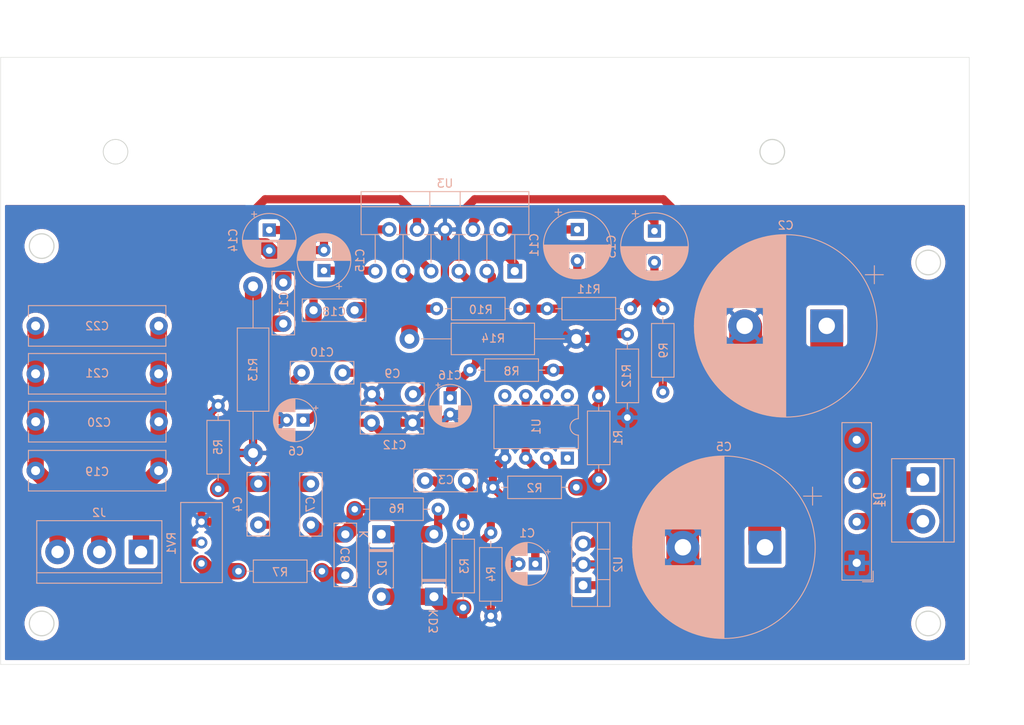
<source format=kicad_pcb>
(kicad_pcb (version 20171130) (host pcbnew "(5.1.10)-1")
  (layers (0 F.Cu signal hide) (31 B.Cu signal hide) (34 B.Paste user) (35 F.Paste user) (36 B.SilkS user) (37 F.SilkS user) (38 B.Mask user) (39 F.Mask user) (44 Edge.Cuts user))
  (net 0 "")
  (net 1 GND)
  (net 2 "Net-(C1-Pad1)")
  (net 3 "Net-(C2-Pad1)")
  (net 4 "Net-(C3-Pad2)")
  (net 5 "Net-(C3-Pad1)")
  (net 6 "Net-(C4-Pad1)")
  (net 7 +12V)
  (net 8 "Net-(C7-Pad1)")
  (net 9 "Net-(C8-Pad1)")
  (net 10 "Net-(C9-Pad1)")
  (net 11 "Net-(C10-Pad2)")
  (net 12 "Net-(C10-Pad1)")
  (net 13 "Net-(C11-Pad2)")
  (net 14 "Net-(C11-Pad1)")
  (net 15 "Net-(C13-Pad2)")
  (net 16 "Net-(C13-Pad1)")
  (net 17 "Net-(C14-Pad2)")
  (net 18 "Net-(C14-Pad1)")
  (net 19 "Net-(C15-Pad2)")
  (net 20 "Net-(C15-Pad1)")
  (net 21 "Net-(C16-Pad1)")
  (net 22 "Net-(C17-Pad2)")
  (net 23 "Net-(C18-Pad2)")
  (net 24 "Net-(D1-Pad2)")
  (net 25 "Net-(D1-Pad3)")
  (net 26 "Net-(D2-Pad2)")
  (net 27 "Net-(D2-Pad1)")
  (net 28 "Net-(R7-Pad1)")
  (net 29 "Net-(U1-Pad8)")
  (net 30 "Net-(U1-Pad5)")
  (net 31 "Net-(U1-Pad1)")
  (net 32 "Net-(C19-Pad1)")
  (module Package_TO_SOT_THT:TO-220-11_P3.4x5.08mm_StaggerOdd_Lead4.85mm_Vertical (layer B.Cu) (at 136.6315 76.057 180)
    (fp_text reference U3 (at 8.5 10.7) (layer B.SilkS) (effects (justify mirror)))
    (fp_text value TDA2005)
    (pad 1 thru_hole rect (at 0 0 180) (size 1.8 1.8) (drill 1) (layers *.Cu *.Mask) (net 12 "Net-(C10-Pad1)"))
    (pad 2 thru_hole oval (at 1.7 5.08 180) (size 1.8 1.8) (drill 1) (layers *.Cu *.Mask) (net 14 "Net-(C11-Pad1)"))
    (pad 3 thru_hole oval (at 3.4 0 180) (size 1.8 1.8) (drill 1) (layers *.Cu *.Mask) (net 21 "Net-(C16-Pad1)"))
    (pad 4 thru_hole oval (at 5.1 5.08 180) (size 1.8 1.8) (drill 1) (layers *.Cu *.Mask) (net 16 "Net-(C13-Pad1)"))
    (pad 5 thru_hole oval (at 6.8 0 180) (size 1.8 1.8) (drill 1) (layers *.Cu *.Mask) (net 10 "Net-(C9-Pad1)"))
    (pad 6 thru_hole oval (at 8.5 5.08 180) (size 1.8 1.8) (drill 1) (layers *.Cu *.Mask) (net 1 GND))
    (pad 7 thru_hole oval (at 10.2 0 180) (size 1.8 1.8) (drill 1) (layers *.Cu *.Mask) (net 18 "Net-(C14-Pad1)"))
    (pad 8 thru_hole oval (at 11.9 5.08 180) (size 1.8 1.8) (drill 1) (layers *.Cu *.Mask) (net 17 "Net-(C14-Pad2)"))
    (pad 9 thru_hole oval (at 13.6 0 180) (size 1.8 1.8) (drill 1) (layers *.Cu *.Mask) (net 7 +12V))
    (pad 10 thru_hole oval (at 15.3 5.08 180) (size 1.8 1.8) (drill 1) (layers *.Cu *.Mask) (net 19 "Net-(C15-Pad2)"))
    (pad 11 thru_hole oval (at 17 0 180) (size 1.8 1.8) (drill 1) (layers *.Cu *.Mask) (net 20 "Net-(C15-Pad1)"))
  )
  (module Package_TO_SOT_THT:TO-220-3_Vertical (layer B.Cu) (at 144.95 114.3475 90)
    (fp_text reference U2 (at 2.54 4.27 270) (layer B.SilkS) (effects (justify mirror)))
    (fp_text value L7812)
    (pad 1 thru_hole rect (at 0 0 90) (size 1.905 2) (drill 1.1) (layers *.Cu *.Mask) (net 3 "Net-(C2-Pad1)"))
    (pad 2 thru_hole oval (at 2.54 0 90) (size 1.905 2) (drill 1.1) (layers *.Cu *.Mask) (net 1 GND))
    (pad 3 thru_hole oval (at 5.08 0 90) (size 1.905 2) (drill 1.1) (layers *.Cu *.Mask) (net 7 +12V))
  )
  (module Package_DIP:DIP-8_W7.62mm (layer B.Cu) (at 143.045 98.8535 90)
    (fp_text reference U1 (at 3.8535 -3.795 270) (layer B.SilkS) (effects (justify mirror)))
    (fp_text value OP07)
    (pad 1 thru_hole rect (at 0 0 90) (size 1.6 1.6) (drill 0.8) (layers *.Cu *.Mask) (net 31 "Net-(U1-Pad1)"))
    (pad 5 thru_hole oval (at 7.62 -7.62 90) (size 1.6 1.6) (drill 0.8) (layers *.Cu *.Mask) (net 30 "Net-(U1-Pad5)"))
    (pad 2 thru_hole oval (at 0 -2.54 90) (size 1.6 1.6) (drill 0.8) (layers *.Cu *.Mask) (net 26 "Net-(D2-Pad2)"))
    (pad 6 thru_hole oval (at 7.62 -5.08 90) (size 1.6 1.6) (drill 0.8) (layers *.Cu *.Mask) (net 8 "Net-(C7-Pad1)"))
    (pad 3 thru_hole oval (at 0 -5.08 90) (size 1.6 1.6) (drill 0.8) (layers *.Cu *.Mask) (net 2 "Net-(C1-Pad1)"))
    (pad 7 thru_hole oval (at 7.62 -2.54 90) (size 1.6 1.6) (drill 0.8) (layers *.Cu *.Mask) (net 7 +12V))
    (pad 4 thru_hole oval (at 0 -7.62 90) (size 1.6 1.6) (drill 0.8) (layers *.Cu *.Mask) (net 1 GND))
    (pad 8 thru_hole oval (at 7.62 0 90) (size 1.6 1.6) (drill 0.8) (layers *.Cu *.Mask) (net 29 "Net-(U1-Pad8)"))
  )
  (module Potentiometer_THT:Potentiometer_Bourns_3296W_Vertical (layer B.Cu) (at 98.468 111.6805 270)
    (fp_text reference RV1 (at -2.4305 3.66 270) (layer B.SilkS) (effects (justify mirror)))
    (fp_text value 470)
    (pad 1 thru_hole circle (at 0 0 270) (size 1.44 1.44) (drill 0.8) (layers *.Cu *.Mask) (net 28 "Net-(R7-Pad1)"))
    (pad 2 thru_hole circle (at -2.54 0 270) (size 1.44 1.44) (drill 0.8) (layers *.Cu *.Mask) (net 11 "Net-(C10-Pad2)"))
    (pad 3 thru_hole circle (at -5.08 0 270) (size 1.44 1.44) (drill 0.8) (layers *.Cu *.Mask) (net 1 GND))
  )
  (module Resistor_THT:R_Axial_DIN0411_L9.9mm_D3.6mm_P20.32mm_Horizontal (layer B.Cu) (at 144.1245 84.312 180)
    (fp_text reference R14 (at 10.1245 0.062) (layer B.SilkS) (effects (justify mirror)))
    (fp_text value 1)
    (pad 1 thru_hole circle (at 0 0 180) (size 2.4 2.4) (drill 1.2) (layers *.Cu *.Mask) (net 1 GND))
    (pad 2 thru_hole oval (at 20.32 0 180) (size 2.4 2.4) (drill 1.2) (layers *.Cu *.Mask) (net 23 "Net-(C18-Pad2)"))
  )
  (module Resistor_THT:R_Axial_DIN0411_L9.9mm_D3.6mm_P20.32mm_Horizontal (layer B.Cu) (at 104.7545 77.8985 270)
    (fp_text reference R13 (at 10.16 0.0045 270) (layer B.SilkS) (effects (justify mirror)))
    (fp_text value 1)
    (pad 1 thru_hole circle (at 0 0 270) (size 2.4 2.4) (drill 1.2) (layers *.Cu *.Mask) (net 22 "Net-(C17-Pad2)"))
    (pad 2 thru_hole oval (at 20.32 0 270) (size 2.4 2.4) (drill 1.2) (layers *.Cu *.Mask) (net 1 GND))
  )
  (module Resistor_THT:R_Axial_DIN0207_L6.3mm_D2.5mm_P10.16mm_Horizontal (layer B.Cu) (at 150.3475 83.7405 270)
    (fp_text reference R12 (at 5.08 0.0975 270) (layer B.SilkS) (effects (justify mirror)))
    (fp_text value 12)
    (pad 1 thru_hole circle (at 0 0 270) (size 1.6 1.6) (drill 0.8) (layers *.Cu *.Mask) (net 13 "Net-(C11-Pad2)"))
    (pad 2 thru_hole oval (at 10.16 0 270) (size 1.6 1.6) (drill 0.8) (layers *.Cu *.Mask) (net 1 GND))
  )
  (module Resistor_THT:R_Axial_DIN0207_L6.3mm_D2.5mm_P10.16mm_Horizontal (layer B.Cu) (at 150.7285 80.629 180)
    (fp_text reference R11 (at 5.08 2.37) (layer B.SilkS) (effects (justify mirror)))
    (fp_text value 12)
    (pad 1 thru_hole circle (at 0 0 180) (size 1.6 1.6) (drill 0.8) (layers *.Cu *.Mask) (net 15 "Net-(C13-Pad2)"))
    (pad 2 thru_hole oval (at 10.16 0 180) (size 1.6 1.6) (drill 0.8) (layers *.Cu *.Mask) (net 13 "Net-(C11-Pad2)"))
  )
  (module Resistor_THT:R_Axial_DIN0207_L6.3mm_D2.5mm_P10.16mm_Horizontal (layer B.Cu) (at 127.1065 80.629)
    (fp_text reference R10 (at 5.3935 0.121) (layer B.SilkS) (effects (justify mirror)))
    (fp_text value 1K)
    (pad 1 thru_hole circle (at 0 0) (size 1.6 1.6) (drill 0.8) (layers *.Cu *.Mask) (net 19 "Net-(C15-Pad2)"))
    (pad 2 thru_hole oval (at 10.16 0) (size 1.6 1.6) (drill 0.8) (layers *.Cu *.Mask) (net 13 "Net-(C11-Pad2)"))
  )
  (module Resistor_THT:R_Axial_DIN0207_L6.3mm_D2.5mm_P10.16mm_Horizontal (layer B.Cu) (at 154.6655 90.789 90)
    (fp_text reference R9 (at 5.08 0.0845 270) (layer B.SilkS) (effects (justify mirror)))
    (fp_text value 2K)
    (pad 1 thru_hole circle (at 0 0 90) (size 1.6 1.6) (drill 0.8) (layers *.Cu *.Mask) (net 17 "Net-(C14-Pad2)"))
    (pad 2 thru_hole oval (at 10.16 0 90) (size 1.6 1.6) (drill 0.8) (layers *.Cu *.Mask) (net 15 "Net-(C13-Pad2)"))
  )
  (module Resistor_THT:R_Axial_DIN0207_L6.3mm_D2.5mm_P10.16mm_Horizontal (layer B.Cu) (at 141.3305 88.122 180)
    (fp_text reference R8 (at 5.08 -0.128) (layer B.SilkS) (effects (justify mirror)))
    (fp_text value 120K)
    (pad 1 thru_hole circle (at 0 0 180) (size 1.6 1.6) (drill 0.8) (layers *.Cu *.Mask) (net 7 +12V))
    (pad 2 thru_hole oval (at 10.16 0 180) (size 1.6 1.6) (drill 0.8) (layers *.Cu *.Mask) (net 21 "Net-(C16-Pad1)"))
  )
  (module Resistor_THT:R_Axial_DIN0207_L6.3mm_D2.5mm_P10.16mm_Horizontal (layer B.Cu) (at 102.9765 112.633)
    (fp_text reference R7 (at 5.08 0.117) (layer B.SilkS) (effects (justify mirror)))
    (fp_text value 15K)
    (pad 1 thru_hole circle (at 0 0) (size 1.6 1.6) (drill 0.8) (layers *.Cu *.Mask) (net 28 "Net-(R7-Pad1)"))
    (pad 2 thru_hole oval (at 10.16 0) (size 1.6 1.6) (drill 0.8) (layers *.Cu *.Mask) (net 9 "Net-(C8-Pad1)"))
  )
  (module Resistor_THT:R_Axial_DIN0207_L6.3mm_D2.5mm_P10.16mm_Horizontal (layer B.Cu) (at 127.297 105.0765 180)
    (fp_text reference R6 (at 5.047 0.0765) (layer B.SilkS) (effects (justify mirror)))
    (fp_text value 330K)
    (pad 1 thru_hole circle (at 0 0 180) (size 1.6 1.6) (drill 0.8) (layers *.Cu *.Mask) (net 27 "Net-(D2-Pad1)"))
    (pad 2 thru_hole oval (at 10.16 0 180) (size 1.6 1.6) (drill 0.8) (layers *.Cu *.Mask) (net 8 "Net-(C7-Pad1)"))
  )
  (module Resistor_THT:R_Axial_DIN0207_L6.3mm_D2.5mm_P10.16mm_Horizontal (layer B.Cu) (at 100.5 92.44 270)
    (fp_text reference R5 (at 5.06 0 270) (layer B.SilkS) (effects (justify mirror)))
    (fp_text value 15K)
    (pad 1 thru_hole circle (at 0 0 270) (size 1.6 1.6) (drill 0.8) (layers *.Cu *.Mask) (net 1 GND))
    (pad 2 thru_hole oval (at 10.16 0 270) (size 1.6 1.6) (drill 0.8) (layers *.Cu *.Mask) (net 6 "Net-(C4-Pad1)"))
  )
  (module Resistor_THT:R_Axial_DIN0207_L6.3mm_D2.5mm_P10.16mm_Horizontal (layer B.Cu) (at 133.7105 118.094 90)
    (fp_text reference R4 (at 5.094 0.0395 270) (layer B.SilkS) (effects (justify mirror)))
    (fp_text value 15K)
    (pad 1 thru_hole circle (at 0 0 90) (size 1.6 1.6) (drill 0.8) (layers *.Cu *.Mask) (net 1 GND))
    (pad 2 thru_hole oval (at 10.16 0 90) (size 1.6 1.6) (drill 0.8) (layers *.Cu *.Mask) (net 5 "Net-(C3-Pad1)"))
  )
  (module Resistor_THT:R_Axial_DIN0207_L6.3mm_D2.5mm_P10.16mm_Horizontal (layer B.Cu) (at 130.345 106.918 270)
    (fp_text reference R3 (at 5.082 -0.155 270) (layer B.SilkS) (effects (justify mirror)))
    (fp_text value 15K)
    (pad 1 thru_hole circle (at 0 0 270) (size 1.6 1.6) (drill 0.8) (layers *.Cu *.Mask) (net 4 "Net-(C3-Pad2)"))
    (pad 2 thru_hole oval (at 10.16 0 270) (size 1.6 1.6) (drill 0.8) (layers *.Cu *.Mask) (net 26 "Net-(D2-Pad2)"))
  )
  (module Resistor_THT:R_Axial_DIN0207_L6.3mm_D2.5mm_P10.16mm_Horizontal (layer B.Cu) (at 133.9645 102.4095)
    (fp_text reference R2 (at 5.08 0.0905) (layer B.SilkS) (effects (justify mirror)))
    (fp_text value 15K)
    (pad 1 thru_hole circle (at 0 0) (size 1.6 1.6) (drill 0.8) (layers *.Cu *.Mask) (net 1 GND))
    (pad 2 thru_hole oval (at 10.16 0) (size 1.6 1.6) (drill 0.8) (layers *.Cu *.Mask) (net 2 "Net-(C1-Pad1)"))
  )
  (module Resistor_THT:R_Axial_DIN0207_L6.3mm_D2.5mm_P10.16mm_Horizontal (layer B.Cu) (at 146.855 101.457 90)
    (fp_text reference R1 (at 5.08 2.37 270) (layer B.SilkS) (effects (justify mirror)))
    (fp_text value 15K)
    (pad 1 thru_hole circle (at 0 0 90) (size 1.6 1.6) (drill 0.8) (layers *.Cu *.Mask) (net 2 "Net-(C1-Pad1)"))
    (pad 2 thru_hole oval (at 10.16 0 90) (size 1.6 1.6) (drill 0.8) (layers *.Cu *.Mask) (net 7 +12V))
  )
  (module TerminalBlock:TerminalBlock_bornier-3_P5.08mm (layer B.Cu) (at 91.102 110.2835 180)
    (fp_text reference J2 (at 5.102 4.7835) (layer B.SilkS) (effects (justify mirror)))
    (fp_text value OUTPUT)
    (pad 1 thru_hole rect (at 0 0 180) (size 3 3) (drill 1.52) (layers *.Cu *.Mask) (net 19 "Net-(C15-Pad2)"))
    (pad 2 thru_hole circle (at 5.08 0 180) (size 3 3) (drill 1.52) (layers *.Cu *.Mask) (net 17 "Net-(C14-Pad2)"))
    (pad 3 thru_hole circle (at 10.16 0 180) (size 3 3) (drill 1.52) (layers *.Cu *.Mask) (net 32 "Net-(C19-Pad1)"))
  )
  (module TerminalBlock:TerminalBlock_bornier-2_P5.08mm (layer B.Cu) (at 186.352 101.457 270)
    (fp_text reference J1 (at 2.54 5.08 270) (layer B.SilkS) (effects (justify mirror)))
    (fp_text value "AC INPUT")
    (pad 1 thru_hole rect (at 0 0 270) (size 3 3) (drill 1.52) (layers *.Cu *.Mask) (net 25 "Net-(D1-Pad3)"))
    (pad 2 thru_hole circle (at 5.08 0 270) (size 3 3) (drill 1.52) (layers *.Cu *.Mask) (net 24 "Net-(D1-Pad2)"))
  )
  (module Diode_THT:D_DO-41_SOD81_P7.62mm_Horizontal (layer B.Cu) (at 126.789 115.7445 90)
    (fp_text reference D3 (at -3.5055 -0.039 270) (layer B.SilkS) (effects (justify mirror)))
    (fp_text value 1N4007)
    (fp_text user K (at -2.0055 -0.039 270) (layer B.SilkS) (effects (justify mirror)))
    (pad 1 thru_hole rect (at 0 0 90) (size 2.2 2.2) (drill 1.1) (layers *.Cu *.Mask) (net 26 "Net-(D2-Pad2)"))
    (pad 2 thru_hole oval (at 7.62 0 90) (size 2.2 2.2) (drill 1.1) (layers *.Cu *.Mask) (net 27 "Net-(D2-Pad1)"))
  )
  (module Diode_THT:D_DO-41_SOD81_P7.62mm_Horizontal (layer B.Cu) (at 120.3755 108.1245 270)
    (fp_text reference D2 (at 4.1255 -0.1245 270) (layer B.SilkS) (effects (justify mirror)))
    (fp_text value 1N4007)
    (fp_text user K (at 0 2.1 270) (layer B.SilkS) (effects (justify mirror)))
    (pad 1 thru_hole rect (at 0 0 270) (size 2.2 2.2) (drill 1.1) (layers *.Cu *.Mask) (net 27 "Net-(D2-Pad1)"))
    (pad 2 thru_hole oval (at 7.62 0 270) (size 2.2 2.2) (drill 1.1) (layers *.Cu *.Mask) (net 26 "Net-(D2-Pad2)"))
  )
  (module Diode_THT:Diode_Bridge_19.0x3.5x10.0mm_P5.0mm (layer B.Cu) (at 178.2875 111.617 90)
    (fp_text reference D1 (at 7.7 2.6 90) (layer B.SilkS) (effects (justify mirror)))
    (fp_text value D_Bridge_-AA+)
    (pad 4 thru_hole circle (at 15 0 90) (size 2 2) (drill 1) (layers *.Cu *.Mask) (net 3 "Net-(C2-Pad1)"))
    (pad 3 thru_hole circle (at 10 0 90) (size 2 2) (drill 1) (layers *.Cu *.Mask) (net 25 "Net-(D1-Pad3)"))
    (pad 2 thru_hole circle (at 5 0 90) (size 2 2) (drill 1) (layers *.Cu *.Mask) (net 24 "Net-(D1-Pad2)"))
    (pad 1 thru_hole rect (at 0 0 90) (size 2 2) (drill 1) (layers *.Cu *.Mask) (net 1 GND))
  )
  (module Capacitor_THT:C_Rect_L16.5mm_W4.7mm_P15.00mm_MKT (layer B.Cu) (at 78.261 82.7245)
    (fp_text reference C22 (at 7.5 0.0255) (layer B.SilkS) (effects (justify mirror)))
    (fp_text value 4)
    (pad 1 thru_hole circle (at 0 0) (size 2.2 2.2) (drill 1.1) (layers *.Cu *.Mask) (net 32 "Net-(C19-Pad1)"))
    (pad 2 thru_hole circle (at 15 0) (size 2.2 2.2) (drill 1.1) (layers *.Cu *.Mask) (net 19 "Net-(C15-Pad2)"))
  )
  (module Capacitor_THT:C_Rect_L16.5mm_W4.7mm_P15.00mm_MKT (layer B.Cu) (at 78.261 88.5665)
    (fp_text reference C21 (at 7.5 -0.0665) (layer B.SilkS) (effects (justify mirror)))
    (fp_text value 3)
    (pad 1 thru_hole circle (at 0 0) (size 2.2 2.2) (drill 1.1) (layers *.Cu *.Mask) (net 32 "Net-(C19-Pad1)"))
    (pad 2 thru_hole circle (at 15 0) (size 2.2 2.2) (drill 1.1) (layers *.Cu *.Mask) (net 19 "Net-(C15-Pad2)"))
  )
  (module Capacitor_THT:C_Rect_L16.5mm_W4.7mm_P15.00mm_MKT (layer B.Cu) (at 78.275 94.4085)
    (fp_text reference C20 (at 7.725 0.0915) (layer B.SilkS) (effects (justify mirror)))
    (fp_text value 2)
    (pad 1 thru_hole circle (at 0 0) (size 2.2 2.2) (drill 1.1) (layers *.Cu *.Mask) (net 32 "Net-(C19-Pad1)"))
    (pad 2 thru_hole circle (at 15 0) (size 2.2 2.2) (drill 1.1) (layers *.Cu *.Mask) (net 19 "Net-(C15-Pad2)"))
  )
  (module Capacitor_THT:C_Rect_L16.5mm_W4.7mm_P15.00mm_MKT (layer B.Cu) (at 78.261 100.3775)
    (fp_text reference C19 (at 7.5 0.1225) (layer B.SilkS) (effects (justify mirror)))
    (fp_text value 1)
    (pad 1 thru_hole circle (at 0 0) (size 2.2 2.2) (drill 1.1) (layers *.Cu *.Mask) (net 32 "Net-(C19-Pad1)"))
    (pad 2 thru_hole circle (at 15 0) (size 2.2 2.2) (drill 1.1) (layers *.Cu *.Mask) (net 19 "Net-(C15-Pad2)"))
  )
  (module Capacitor_THT:C_Disc_D7.5mm_W2.5mm_P5.00mm (layer B.Cu) (at 112.1205 80.8195)
    (fp_text reference C18 (at 2.5 0.1805) (layer B.SilkS) (effects (justify mirror)))
    (fp_text value "0.1 mF")
    (pad 1 thru_hole circle (at 0 0) (size 2 2) (drill 1) (layers *.Cu *.Mask) (net 19 "Net-(C15-Pad2)"))
    (pad 2 thru_hole circle (at 5 0) (size 2 2) (drill 1) (layers *.Cu *.Mask) (net 23 "Net-(C18-Pad2)"))
  )
  (module Capacitor_THT:C_Disc_D7.5mm_W2.5mm_P5.00mm (layer B.Cu) (at 108.4375 77.454 270)
    (fp_text reference C17 (at 2.546 -0.0625 270) (layer B.SilkS) (effects (justify mirror)))
    (fp_text value "0.1 mF")
    (pad 1 thru_hole circle (at 0 0 270) (size 2 2) (drill 1) (layers *.Cu *.Mask) (net 17 "Net-(C14-Pad2)"))
    (pad 2 thru_hole circle (at 5 0 270) (size 2 2) (drill 1) (layers *.Cu *.Mask) (net 22 "Net-(C17-Pad2)"))
  )
  (module Capacitor_THT:CP_Radial_D5.0mm_P2.00mm (layer B.Cu) (at 128.7575 91.4875 270)
    (fp_text reference C16 (at -2.7375 0.0075 180) (layer B.SilkS) (effects (justify mirror)))
    (fp_text value "10 mF")
    (pad 1 thru_hole rect (at 0 0 270) (size 1.6 1.6) (drill 0.8) (layers *.Cu *.Mask) (net 21 "Net-(C16-Pad1)"))
    (pad 2 thru_hole circle (at 2 0 270) (size 1.6 1.6) (drill 0.8) (layers *.Cu *.Mask) (net 1 GND))
  )
  (module Capacitor_THT:CP_Radial_D6.3mm_P2.50mm (layer B.Cu) (at 113.3905 75.9935 90)
    (fp_text reference C15 (at 1.25 4.4 270) (layer B.SilkS) (effects (justify mirror)))
    (fp_text value "100 mF")
    (pad 1 thru_hole rect (at 0 0 90) (size 1.6 1.6) (drill 0.8) (layers *.Cu *.Mask) (net 20 "Net-(C15-Pad1)"))
    (pad 2 thru_hole circle (at 2.5 0 90) (size 1.6 1.6) (drill 0.8) (layers *.Cu *.Mask) (net 19 "Net-(C15-Pad2)"))
  )
  (module Capacitor_THT:CP_Radial_D6.3mm_P2.50mm (layer B.Cu) (at 106.723 71.0405 270)
    (fp_text reference C14 (at 1.25 4.4 270) (layer B.SilkS) (effects (justify mirror)))
    (fp_text value "100 mF")
    (pad 1 thru_hole rect (at 0 0 270) (size 1.6 1.6) (drill 0.8) (layers *.Cu *.Mask) (net 18 "Net-(C14-Pad1)"))
    (pad 2 thru_hole circle (at 2.5 0 270) (size 1.6 1.6) (drill 0.8) (layers *.Cu *.Mask) (net 17 "Net-(C14-Pad2)"))
  )
  (module Capacitor_THT:CP_Radial_D8.0mm_P3.80mm (layer B.Cu) (at 153.6495 71.1675 270)
    (fp_text reference C13 (at 1.9 5.25 270) (layer B.SilkS) (effects (justify mirror)))
    (fp_text value "220 mF")
    (pad 1 thru_hole rect (at 0 0 270) (size 1.6 1.6) (drill 0.8) (layers *.Cu *.Mask) (net 16 "Net-(C13-Pad1)"))
    (pad 2 thru_hole circle (at 3.8 0 270) (size 1.6 1.6) (drill 0.8) (layers *.Cu *.Mask) (net 15 "Net-(C13-Pad2)"))
  )
  (module Capacitor_THT:C_Disc_D7.5mm_W2.5mm_P5.00mm (layer B.Cu) (at 124.1855 94.5355 180)
    (fp_text reference C12 (at 2.1855 -2.7145) (layer B.SilkS) (effects (justify mirror)))
    (fp_text value "0.1 mF")
    (pad 1 thru_hole circle (at 0 0 180) (size 2 2) (drill 1) (layers *.Cu *.Mask) (net 1 GND))
    (pad 2 thru_hole circle (at 5 0 180) (size 2 2) (drill 1) (layers *.Cu *.Mask) (net 7 +12V))
  )
  (module Capacitor_THT:CP_Radial_D8.0mm_P3.80mm (layer B.Cu) (at 144.2515 70.977 270)
    (fp_text reference C11 (at 1.9 5.25 270) (layer B.SilkS) (effects (justify mirror)))
    (fp_text value 220mF)
    (pad 1 thru_hole rect (at 0 0 270) (size 1.6 1.6) (drill 0.8) (layers *.Cu *.Mask) (net 14 "Net-(C11-Pad1)"))
    (pad 2 thru_hole circle (at 3.8 0 270) (size 1.6 1.6) (drill 0.8) (layers *.Cu *.Mask) (net 13 "Net-(C11-Pad2)"))
  )
  (module Capacitor_THT:C_Disc_D7.5mm_W2.5mm_P5.00mm (layer B.Cu) (at 115.66 88.4395 180)
    (fp_text reference C10 (at 2.5 2.5) (layer B.SilkS) (effects (justify mirror)))
    (fp_text value "2.2 mF")
    (pad 1 thru_hole circle (at 0 0 180) (size 2 2) (drill 1) (layers *.Cu *.Mask) (net 12 "Net-(C10-Pad1)"))
    (pad 2 thru_hole circle (at 5 0 180) (size 2 2) (drill 1) (layers *.Cu *.Mask) (net 11 "Net-(C10-Pad2)"))
  )
  (module Capacitor_THT:C_Disc_D7.5mm_W2.5mm_P5.00mm (layer B.Cu) (at 124.2325 91.043 180)
    (fp_text reference C9 (at 2.5 2.5) (layer B.SilkS) (effects (justify mirror)))
    (fp_text value 2.2uF)
    (pad 1 thru_hole circle (at 0 0 180) (size 2 2) (drill 1) (layers *.Cu *.Mask) (net 10 "Net-(C9-Pad1)"))
    (pad 2 thru_hole circle (at 5 0 180) (size 2 2) (drill 1) (layers *.Cu *.Mask) (net 1 GND))
  )
  (module Capacitor_THT:C_Disc_D7.5mm_W2.5mm_P5.00mm (layer B.Cu) (at 115.994 113.141 90)
    (fp_text reference C8 (at 2.5 0.006 270) (layer B.SilkS) (effects (justify mirror)))
    (fp_text value "220 nF")
    (pad 1 thru_hole circle (at 0 0 90) (size 2 2) (drill 1) (layers *.Cu *.Mask) (net 9 "Net-(C8-Pad1)"))
    (pad 2 thru_hole circle (at 5 0 90) (size 2 2) (drill 1) (layers *.Cu *.Mask) (net 8 "Net-(C7-Pad1)"))
  )
  (module Capacitor_THT:C_Disc_D7.5mm_W2.5mm_P5.00mm (layer B.Cu) (at 111.803 106.9815 90)
    (fp_text reference C7 (at 2.5 -0.053 270) (layer B.SilkS) (effects (justify mirror)))
    (fp_text value "0.1 mF")
    (pad 1 thru_hole circle (at 0 0 90) (size 2 2) (drill 1) (layers *.Cu *.Mask) (net 8 "Net-(C7-Pad1)"))
    (pad 2 thru_hole circle (at 5 0 90) (size 2 2) (drill 1) (layers *.Cu *.Mask) (net 6 "Net-(C4-Pad1)"))
  )
  (module Capacitor_THT:CP_Radial_D5.0mm_P2.00mm (layer B.Cu) (at 110.8505 94.218 180)
    (fp_text reference C6 (at 0.8505 -3.782) (layer B.SilkS) (effects (justify mirror)))
    (fp_text value 10mF)
    (pad 1 thru_hole rect (at 0 0 180) (size 1.6 1.6) (drill 0.8) (layers *.Cu *.Mask) (net 7 +12V))
    (pad 2 thru_hole circle (at 2 0 180) (size 1.6 1.6) (drill 0.8) (layers *.Cu *.Mask) (net 1 GND))
  )
  (module Capacitor_THT:CP_Radial_D22.0mm_P10.00mm_SnapIn (layer B.Cu) (at 167.1115 109.712 180)
    (fp_text reference C5 (at 5 12.25) (layer B.SilkS) (effects (justify mirror)))
    (fp_text value 4000mF)
    (pad 1 thru_hole rect (at 0 0 180) (size 4 4) (drill 2) (layers *.Cu *.Mask) (net 3 "Net-(C2-Pad1)"))
    (pad 2 thru_hole circle (at 10 0 180) (size 4 4) (drill 2) (layers *.Cu *.Mask) (net 1 GND))
  )
  (module Capacitor_THT:C_Disc_D7.5mm_W2.5mm_P5.00mm (layer B.Cu) (at 105.3895 101.965 270)
    (fp_text reference C4 (at 2.5 2.5 270) (layer B.SilkS) (effects (justify mirror)))
    (fp_text value "0.1 mF")
    (pad 1 thru_hole circle (at 0 0 270) (size 2 2) (drill 1) (layers *.Cu *.Mask) (net 6 "Net-(C4-Pad1)"))
    (pad 2 thru_hole circle (at 5 0 270) (size 2 2) (drill 1) (layers *.Cu *.Mask) (net 5 "Net-(C3-Pad1)"))
  )
  (module Capacitor_THT:C_Disc_D7.5mm_W2.5mm_P5.00mm (layer B.Cu) (at 130.7095 101.584 180)
    (fp_text reference C3 (at 2.4595 0.084) (layer B.SilkS) (effects (justify mirror)))
    (fp_text value "0.1 mF")
    (pad 1 thru_hole circle (at 0 0 180) (size 2 2) (drill 1) (layers *.Cu *.Mask) (net 5 "Net-(C3-Pad1)"))
    (pad 2 thru_hole circle (at 5 0 180) (size 2 2) (drill 1) (layers *.Cu *.Mask) (net 4 "Net-(C3-Pad2)"))
  )
  (module Capacitor_THT:CP_Radial_D22.0mm_P10.00mm_SnapIn (layer B.Cu) (at 174.635 82.7245 180)
    (fp_text reference C2 (at 5 12.25) (layer B.SilkS) (effects (justify mirror)))
    (fp_text value 4000mF)
    (pad 1 thru_hole rect (at 0 0 180) (size 4 4) (drill 2) (layers *.Cu *.Mask) (net 3 "Net-(C2-Pad1)"))
    (pad 2 thru_hole circle (at 10 0 180) (size 4 4) (drill 2) (layers *.Cu *.Mask) (net 1 GND))
  )
  (module Capacitor_THT:CP_Radial_D5.0mm_P2.00mm (layer B.Cu) (at 139.1395 111.744 180)
    (fp_text reference C1 (at 1 3.75) (layer B.SilkS) (effects (justify mirror)))
    (fp_text value 10mF)
    (pad 1 thru_hole rect (at 0 0 180) (size 1.6 1.6) (drill 0.8) (layers *.Cu *.Mask) (net 2 "Net-(C1-Pad1)"))
    (pad 2 thru_hole circle (at 2 0 180) (size 1.6 1.6) (drill 0.8) (layers *.Cu *.Mask) (net 1 GND))
  )
  (gr_circle (center 187 75) (end 185.5 75) (layer Edge.Cuts) (width 0.15))
  (gr_circle (center 187 119) (end 185.5 119) (layer Edge.Cuts) (width 0.15))
  (gr_circle (center 79 119) (end 77.5 119) (layer Edge.Cuts) (width 0.15))
  (gr_circle (center 79 73) (end 77.5 73) (layer Edge.Cuts) (width 0.15))
  (gr_line (start 192 124) (end 192 50) (layer Edge.Cuts) (width 0.05))
  (gr_line (start 74 124) (end 192 124) (layer Edge.Cuts) (width 0.05))
  (gr_line (start 74 50) (end 74 124) (layer Edge.Cuts) (width 0.05))
  (gr_line (start 192 50) (end 74 50) (layer Edge.Cuts) (width 0.05))
  (gr_circle (center 168 61.5) (end 166.5 61.5) (layer Edge.Cuts) (width 0.15))
  (gr_circle (center 88 61.5) (end 86.5 61.5) (layer Edge.Cuts) (width 0.1))
  (segment (start 98.468 106.6005) (end 100.8175 106.6005) (width 1) (layer F.Cu) (net 1))
  (segment (start 104.564 98.9805) (end 104.818 99.2345) (width 1) (layer F.Cu) (net 1))
  (segment (start 150.3475 93.9005) (end 150.3475 87.9315) (width 1) (layer F.Cu) (net 1))
  (segment (start 146.728 84.312) (end 144.1245 84.312) (width 1) (layer F.Cu) (net 1))
  (segment (start 150.3475 87.9315) (end 146.728 84.312) (width 1) (layer F.Cu) (net 1))
  (segment (start 133.9645 102.346) (end 133.9645 100.314) (width 1) (layer F.Cu) (net 1))
  (segment (start 128.8845 72.882) (end 128.1315 72.129) (width 1) (layer F.Cu) (net 1))
  (segment (start 139.235 77.454) (end 139.235 74.4695) (width 1) (layer F.Cu) (net 1))
  (segment (start 138.219 78.47) (end 139.235 77.454) (width 1) (layer F.Cu) (net 1))
  (segment (start 136.06 78.47) (end 138.219 78.47) (width 1) (layer F.Cu) (net 1))
  (segment (start 135.3615 79.1685) (end 136.06 78.47) (width 1) (layer F.Cu) (net 1))
  (segment (start 135.3615 82.9785) (end 135.3615 79.1685) (width 1) (layer F.Cu) (net 1))
  (segment (start 135.425 83.042) (end 135.3615 82.9785) (width 1) (layer F.Cu) (net 1))
  (segment (start 128.1315 72.129) (end 128.1315 70.977) (width 1) (layer F.Cu) (net 1))
  (segment (start 137.6475 72.882) (end 128.8845 72.882) (width 1) (layer F.Cu) (net 1))
  (segment (start 142.3465 83.042) (end 135.425 83.042) (width 1) (layer F.Cu) (net 1))
  (segment (start 139.235 74.4695) (end 137.6475 72.882) (width 1) (layer F.Cu) (net 1))
  (segment (start 144.1245 84.82) (end 142.3465 83.042) (width 1) (layer F.Cu) (net 1))
  (segment (start 150.3475 93.9005) (end 150.284 93.964) (width 1) (layer F.Cu) (net 1))
  (segment (start 101.262 106.6005) (end 100.8175 106.6005) (width 1) (layer F.Cu) (net 1))
  (segment (start 107.4215 110.5375) (end 105.199 110.5375) (width 1) (layer F.Cu) (net 1))
  (segment (start 112.5015 115.6175) (end 107.4215 110.5375) (width 1) (layer F.Cu) (net 1))
  (segment (start 116.883 115.6175) (end 112.5015 115.6175) (width 1) (layer F.Cu) (net 1))
  (segment (start 119.931 112.5695) (end 116.883 115.6175) (width 1) (layer F.Cu) (net 1))
  (segment (start 132.377 112.5695) (end 119.931 112.5695) (width 1) (layer F.Cu) (net 1))
  (segment (start 105.199 110.5375) (end 101.262 106.6005) (width 1) (layer F.Cu) (net 1))
  (segment (start 133.7105 113.903) (end 132.377 112.5695) (width 1) (layer F.Cu) (net 1))
  (segment (start 133.7105 118.094) (end 133.7105 113.903) (width 1) (layer F.Cu) (net 1))
  (segment (start 100.8175 106.6005) (end 98.5315 106.6005) (width 1) (layer F.Cu) (net 1))
  (segment (start 104.7545 95.234) (end 104.818 95.1705) (width 1) (layer F.Cu) (net 1))
  (segment (start 104.7545 98.2185) (end 104.7545 95.234) (width 1) (layer F.Cu) (net 1))
  (segment (start 133.7105 111.6805) (end 133.7105 118.094) (width 1) (layer F.Cu) (net 1))
  (segment (start 133.774 111.744) (end 133.7105 111.6805) (width 1) (layer F.Cu) (net 1))
  (segment (start 137.1395 111.744) (end 133.774 111.744) (width 1) (layer F.Cu) (net 1))
  (segment (start 125.773 94.5355) (end 124.1855 94.5355) (width 1) (layer F.Cu) (net 1))
  (segment (start 122.725 94.5355) (end 119.2325 91.043) (width 1) (layer F.Cu) (net 1))
  (segment (start 124.1855 94.5355) (end 122.725 94.5355) (width 1) (layer F.Cu) (net 1))
  (segment (start 135.806 109.585) (end 133.7105 111.6805) (width 1) (layer F.Cu) (net 1))
  (segment (start 135.806 104.251) (end 135.806 109.585) (width 1) (layer F.Cu) (net 1))
  (segment (start 133.9645 102.4095) (end 135.806 104.251) (width 1) (layer F.Cu) (net 1))
  (segment (start 98.468 106.6005) (end 98.468 99.3615) (width 1) (layer F.Cu) (net 1))
  (segment (start 99.611 98.2185) (end 104.7545 98.2185) (width 1) (layer F.Cu) (net 1))
  (segment (start 98.468 99.3615) (end 99.611 98.2185) (width 1) (layer F.Cu) (net 1))
  (segment (start 99.611 93.329) (end 100.5 92.44) (width 1) (layer F.Cu) (net 1))
  (segment (start 99.611 98.2185) (end 99.611 93.329) (width 1) (layer F.Cu) (net 1))
  (segment (start 127.7095 94.5355) (end 128.7575 93.4875) (width 1) (layer F.Cu) (net 1))
  (segment (start 124.1855 94.5355) (end 127.7095 94.5355) (width 1) (layer F.Cu) (net 1))
  (segment (start 105.7705 94.218) (end 104.7545 95.234) (width 1) (layer F.Cu) (net 1))
  (segment (start 108.8505 94.218) (end 105.7705 94.218) (width 1) (layer F.Cu) (net 1))
  (segment (start 135.425 98.8535) (end 135.425 96.885) (width 1) (layer B.Cu) (net 1))
  (segment (start 132.0275 93.4875) (end 128.7575 93.4875) (width 1) (layer B.Cu) (net 1))
  (segment (start 135.425 96.885) (end 132.0275 93.4875) (width 1) (layer B.Cu) (net 1))
  (segment (start 157.0785 109.204) (end 157.0785 100.949) (width 4) (layer F.Cu) (net 1))
  (segment (start 157.1115 109.712) (end 157.1115 112.9835) (width 4) (layer F.Cu) (net 1))
  (segment (start 157.1115 112.9835) (end 160.444 116.316) (width 4) (layer F.Cu) (net 1))
  (segment (start 173.5885 116.316) (end 178.2875 111.617) (width 4) (layer F.Cu) (net 1))
  (segment (start 160.444 116.316) (end 173.5885 116.316) (width 4) (layer F.Cu) (net 1))
  (segment (start 164.762 82.8515) (end 164.635 82.7245) (width 4) (layer F.Cu) (net 1))
  (segment (start 164.762 93.2655) (end 164.762 82.8515) (width 4) (layer F.Cu) (net 1))
  (segment (start 133.9645 100.314) (end 135.425 98.8535) (width 1) (layer F.Cu) (net 1))
  (segment (start 157.0785 100.949) (end 164.762 93.2655) (width 4) (layer F.Cu) (net 1))
  (segment (start 157.0785 96.5675) (end 157.0785 100.949) (width 3) (layer F.Cu) (net 1))
  (segment (start 154.4115 93.9005) (end 157.0785 96.5675) (width 3) (layer F.Cu) (net 1))
  (segment (start 150.3475 93.9005) (end 154.4115 93.9005) (width 3) (layer F.Cu) (net 1))
  (segment (start 128.7575 93.4875) (end 131.012 93.4875) (width 1) (layer B.Cu) (net 1))
  (segment (start 131.012 93.4875) (end 133.139 91.3605) (width 1) (layer B.Cu) (net 1))
  (segment (start 133.139 91.3605) (end 133.139 87.233) (width 1) (layer B.Cu) (net 1))
  (segment (start 136.06 84.312) (end 144.1245 84.312) (width 1) (layer B.Cu) (net 1))
  (segment (start 133.139 87.233) (end 136.06 84.312) (width 1) (layer B.Cu) (net 1))
  (segment (start 155.9355 111.8075) (end 157.1115 112.9835) (width 1) (layer F.Cu) (net 1))
  (segment (start 144.95 111.8075) (end 155.9355 111.8075) (width 1) (layer F.Cu) (net 1))
  (segment (start 144.315 102.4095) (end 145.9025 102.4095) (width 1) (layer F.Cu) (net 2))
  (segment (start 137.965 97.52) (end 137.965 98.8535) (width 1) (layer F.Cu) (net 2))
  (segment (start 138.6635 96.8215) (end 137.965 97.52) (width 1) (layer F.Cu) (net 2))
  (segment (start 146.0295 96.8215) (end 138.6635 96.8215) (width 1) (layer F.Cu) (net 2))
  (segment (start 146.855 97.647) (end 146.0295 96.8215) (width 1) (layer F.Cu) (net 2))
  (segment (start 146.855 101.457) (end 146.855 97.647) (width 1) (layer F.Cu) (net 2))
  (segment (start 139.1395 111.744) (end 139.1395 103.838) (width 1) (layer F.Cu) (net 2))
  (segment (start 139.1395 100.028) (end 137.965 98.8535) (width 1) (layer F.Cu) (net 2))
  (segment (start 139.1395 111.744) (end 139.1395 100.028) (width 1) (layer F.Cu) (net 2))
  (segment (start 146.855 101.457) (end 145.9025 102.4095) (width 2) (layer F.Cu) (net 2))
  (segment (start 145.9025 102.4095) (end 144.1245 102.4095) (width 2) (layer F.Cu) (net 2))
  (segment (start 167.0785 101.1725) (end 170.985 97.266) (width 4) (layer F.Cu) (net 3))
  (segment (start 167.0785 109.204) (end 167.0785 101.1725) (width 4) (layer F.Cu) (net 3))
  (segment (start 167.363 101.457) (end 167.0785 101.1725) (width 3) (layer F.Cu) (net 3))
  (segment (start 171.634 96.617) (end 170.985 97.266) (width 4) (layer F.Cu) (net 3))
  (segment (start 178.2875 96.617) (end 171.634 96.617) (width 4) (layer F.Cu) (net 3))
  (segment (start 174.635 93.616) (end 171.634 96.617) (width 4) (layer F.Cu) (net 3))
  (segment (start 174.635 82.7245) (end 174.635 93.616) (width 4) (layer F.Cu) (net 3))
  (segment (start 178.2875 96.617) (end 188.6875 96.617) (width 1) (layer F.Cu) (net 3))
  (segment (start 188.6875 96.617) (end 189.8445 97.774) (width 1) (layer F.Cu) (net 3))
  (segment (start 189.8445 97.774) (end 189.8445 110.347) (width 1) (layer F.Cu) (net 3))
  (segment (start 189.8445 110.347) (end 189.3365 110.855) (width 1) (layer F.Cu) (net 3))
  (segment (start 189.3365 110.855) (end 185.3995 110.855) (width 1) (layer F.Cu) (net 3))
  (segment (start 185.3995 110.855) (end 176.192 120.0625) (width 1) (layer F.Cu) (net 3))
  (segment (start 176.192 120.0625) (end 158.2215 120.0625) (width 1) (layer F.Cu) (net 3))
  (segment (start 152.5065 114.3475) (end 144.95 114.3475) (width 1) (layer F.Cu) (net 3))
  (segment (start 158.2215 120.0625) (end 152.5065 114.3475) (width 1) (layer F.Cu) (net 3))
  (segment (start 130.298 106.871) (end 130.345 106.918) (width 1) (layer F.Cu) (net 4))
  (segment (start 126.8525 101.584) (end 125.7095 101.584) (width 1) (layer F.Cu) (net 4))
  (segment (start 130.345 105.0765) (end 126.8525 101.584) (width 1) (layer F.Cu) (net 4))
  (segment (start 130.345 106.918) (end 130.345 105.0765) (width 1) (layer F.Cu) (net 4))
  (segment (start 133.8375 107.807) (end 133.7105 107.934) (width 1) (layer F.Cu) (net 5))
  (segment (start 107.659 106.965) (end 105.3895 106.965) (width 1) (layer F.Cu) (net 5))
  (segment (start 111.3585 110.6645) (end 107.659 106.965) (width 1) (layer F.Cu) (net 5))
  (segment (start 130.98 110.6645) (end 111.3585 110.6645) (width 1) (layer F.Cu) (net 5))
  (segment (start 133.7105 107.934) (end 130.98 110.6645) (width 1) (layer F.Cu) (net 5))
  (segment (start 130.7095 102.139) (end 130.7095 101.584) (width 1) (layer F.Cu) (net 5))
  (segment (start 133.7105 105.14) (end 130.7095 102.139) (width 1) (layer F.Cu) (net 5))
  (segment (start 133.7105 107.934) (end 133.7105 105.14) (width 1) (layer F.Cu) (net 5))
  (segment (start 111.7865 101.965) (end 111.803 101.9815) (width 1) (layer F.Cu) (net 6))
  (segment (start 105.3895 101.965) (end 111.7865 101.965) (width 1) (layer F.Cu) (net 6))
  (segment (start 101.135 101.965) (end 100.5 102.6) (width 1) (layer F.Cu) (net 6))
  (segment (start 105.3895 101.965) (end 101.135 101.965) (width 1) (layer F.Cu) (net 6))
  (segment (start 101.1185 101.9815) (end 100.5 102.6) (width 2) (layer F.Cu) (net 6))
  (segment (start 111.803 101.9815) (end 101.1185 101.9815) (width 2) (layer F.Cu) (net 6))
  (segment (start 146.855 89.265) (end 146.855 91.297) (width 1) (layer F.Cu) (net 7))
  (segment (start 145.712 88.122) (end 146.855 89.265) (width 1) (layer F.Cu) (net 7))
  (segment (start 141.3305 88.122) (end 145.712 88.122) (width 1) (layer F.Cu) (net 7))
  (segment (start 119.1855 94.5355) (end 119.1855 95.154) (width 1) (layer F.Cu) (net 7))
  (segment (start 121.281 96.631) (end 119.1855 94.5355) (width 1) (layer F.Cu) (net 7))
  (segment (start 129.837 96.631) (end 121.281 96.631) (width 1) (layer F.Cu) (net 7))
  (segment (start 132.1865 94.2815) (end 129.837 96.631) (width 1) (layer F.Cu) (net 7))
  (segment (start 132.1865 89.773) (end 132.1865 94.2815) (width 1) (layer F.Cu) (net 7))
  (segment (start 133.8375 88.122) (end 132.1865 89.773) (width 1) (layer F.Cu) (net 7))
  (segment (start 141.3305 88.122) (end 133.8375 88.122) (width 1) (layer F.Cu) (net 7))
  (segment (start 127.6145 78.343) (end 125.3175 78.343) (width 1) (layer F.Cu) (net 7))
  (segment (start 129.3925 80.121) (end 127.6145 78.343) (width 1) (layer F.Cu) (net 7))
  (segment (start 129.3925 82.3435) (end 129.3925 80.121) (width 1) (layer F.Cu) (net 7))
  (segment (start 113.6445 86.598) (end 125.138 86.598) (width 1) (layer F.Cu) (net 7))
  (segment (start 113.073 87.1695) (end 113.6445 86.598) (width 1) (layer F.Cu) (net 7))
  (segment (start 113.073 92.7575) (end 113.073 87.1695) (width 1) (layer F.Cu) (net 7))
  (segment (start 125.3175 78.343) (end 123.0315 76.057) (width 1) (layer F.Cu) (net 7))
  (segment (start 125.138 86.598) (end 129.3925 82.3435) (width 1) (layer F.Cu) (net 7))
  (segment (start 114.851 94.5355) (end 113.073 92.7575) (width 1) (layer F.Cu) (net 7))
  (segment (start 119.1855 94.5355) (end 114.851 94.5355) (width 1) (layer F.Cu) (net 7))
  (segment (start 111.6125 94.218) (end 113.073 92.7575) (width 1) (layer F.Cu) (net 7))
  (segment (start 110.8505 94.218) (end 111.6125 94.218) (width 1) (layer F.Cu) (net 7))
  (segment (start 140.505 92.694) (end 140.505 91.2335) (width 1) (layer F.Cu) (net 7))
  (segment (start 141.3305 93.5195) (end 140.505 92.694) (width 1) (layer F.Cu) (net 7))
  (segment (start 145.5215 93.5195) (end 141.3305 93.5195) (width 1) (layer F.Cu) (net 7))
  (segment (start 146.855 92.186) (end 145.5215 93.5195) (width 1) (layer F.Cu) (net 7))
  (segment (start 146.855 91.297) (end 146.855 92.186) (width 1) (layer F.Cu) (net 7))
  (segment (start 146.855 91.297) (end 146.855 94.2815) (width 1) (layer F.Cu) (net 7))
  (segment (start 146.855 94.2815) (end 149.395 96.8215) (width 1) (layer F.Cu) (net 7))
  (segment (start 149.395 96.8215) (end 149.395 105.902) (width 1) (layer F.Cu) (net 7))
  (segment (start 146.0295 109.2675) (end 144.95 109.2675) (width 1) (layer F.Cu) (net 7))
  (segment (start 149.395 105.902) (end 146.0295 109.2675) (width 1) (layer F.Cu) (net 7))
  (segment (start 117.264 104.9495) (end 117.137 105.0765) (width 1) (layer F.Cu) (net 8))
  (segment (start 137.965 93.329) (end 137.965 91.2335) (width 1) (layer F.Cu) (net 8))
  (segment (start 132.885 98.409) (end 137.965 93.329) (width 1) (layer F.Cu) (net 8))
  (segment (start 124.1855 98.409) (end 132.885 98.409) (width 1) (layer F.Cu) (net 8))
  (segment (start 122.6615 99.933) (end 124.1855 98.409) (width 1) (layer F.Cu) (net 8))
  (segment (start 122.6615 102.854) (end 122.6615 99.933) (width 1) (layer F.Cu) (net 8))
  (segment (start 120.439 105.0765) (end 122.6615 102.854) (width 1) (layer F.Cu) (net 8))
  (segment (start 117.137 105.0765) (end 120.439 105.0765) (width 1) (layer F.Cu) (net 8))
  (segment (start 117.137 106.998) (end 115.994 108.141) (width 2) (layer F.Cu) (net 8))
  (segment (start 117.137 105.0765) (end 117.137 106.998) (width 2) (layer F.Cu) (net 8))
  (segment (start 112.9625 108.141) (end 111.803 106.9815) (width 2) (layer F.Cu) (net 8))
  (segment (start 115.994 108.141) (end 112.9625 108.141) (width 2) (layer F.Cu) (net 8))
  (segment (start 113.6445 113.141) (end 113.1365 112.633) (width 2) (layer F.Cu) (net 9))
  (segment (start 115.994 113.141) (end 113.6445 113.141) (width 2) (layer F.Cu) (net 9))
  (segment (start 132.504 78.7295) (end 129.8315 76.057) (width 1) (layer F.Cu) (net 10))
  (segment (start 132.504 83.3595) (end 132.504 78.7295) (width 1) (layer F.Cu) (net 10))
  (segment (start 124.8205 91.043) (end 124.2325 91.043) (width 1) (layer F.Cu) (net 10))
  (segment (start 132.504 83.3595) (end 124.8205 91.043) (width 1) (layer F.Cu) (net 10))
  (segment (start 98.468 109.1405) (end 97.0075 109.1405) (width 1) (layer F.Cu) (net 11))
  (segment (start 97.0075 109.1405) (end 96.436 108.569) (width 1) (layer F.Cu) (net 11))
  (segment (start 96.436 108.569) (end 96.436 98.4725) (width 1) (layer F.Cu) (net 11))
  (segment (start 96.436 98.4725) (end 97.833 97.0755) (width 1) (layer F.Cu) (net 11))
  (segment (start 97.833 97.0755) (end 97.833 91.043) (width 1) (layer F.Cu) (net 11))
  (segment (start 97.833 91.043) (end 98.5315 90.3445) (width 1) (layer F.Cu) (net 11))
  (segment (start 108.755 90.3445) (end 110.66 88.4395) (width 1) (layer F.Cu) (net 11))
  (segment (start 98.5315 90.3445) (end 108.755 90.3445) (width 1) (layer F.Cu) (net 11))
  (segment (start 129.075 74.279) (end 135.7425 74.279) (width 1) (layer F.Cu) (net 12))
  (segment (start 128.1225 75.2315) (end 129.075 74.279) (width 1) (layer F.Cu) (net 12))
  (segment (start 136.6315 75.168) (end 136.6315 76.057) (width 1) (layer F.Cu) (net 12))
  (segment (start 135.7425 74.279) (end 136.6315 75.168) (width 1) (layer F.Cu) (net 12))
  (segment (start 131.0435 82.788) (end 131.0435 79.867) (width 1) (layer F.Cu) (net 12))
  (segment (start 131.0435 79.867) (end 128.1225 76.946) (width 1) (layer F.Cu) (net 12))
  (segment (start 125.392 88.4395) (end 131.0435 82.788) (width 1) (layer F.Cu) (net 12))
  (segment (start 128.1225 76.946) (end 128.1225 75.2315) (width 1) (layer F.Cu) (net 12))
  (segment (start 115.66 88.4395) (end 125.392 88.4395) (width 1) (layer F.Cu) (net 12))
  (segment (start 148.633 83.7405) (end 145.5215 80.629) (width 1) (layer F.Cu) (net 13))
  (segment (start 150.3475 83.7405) (end 148.633 83.7405) (width 1) (layer F.Cu) (net 13))
  (segment (start 144.5055 74.914) (end 144.442 74.914) (width 1) (layer F.Cu) (net 13))
  (segment (start 144.2515 80.629) (end 140.5685 80.629) (width 1) (layer F.Cu) (net 13))
  (segment (start 145.5215 80.629) (end 144.2515 80.629) (width 1) (layer F.Cu) (net 13))
  (segment (start 144.2515 74.777) (end 144.2515 80.629) (width 1) (layer F.Cu) (net 13))
  (segment (start 140.5685 80.629) (end 137.2665 80.629) (width 1) (layer F.Cu) (net 13))
  (segment (start 144.061 70.977) (end 144.2515 71.1675) (width 1) (layer F.Cu) (net 14))
  (segment (start 134.9315 70.977) (end 144.061 70.977) (width 1) (layer F.Cu) (net 14))
  (segment (start 151.808 79.5495) (end 150.7285 80.629) (width 1) (layer F.Cu) (net 15))
  (segment (start 153.586 79.5495) (end 151.808 79.5495) (width 1) (layer F.Cu) (net 15))
  (segment (start 154.6655 80.629) (end 153.586 79.5495) (width 1) (layer F.Cu) (net 15))
  (segment (start 153.6495 77.708) (end 150.7285 80.629) (width 1) (layer F.Cu) (net 15))
  (segment (start 153.6495 74.9675) (end 153.6495 77.708) (width 1) (layer F.Cu) (net 15))
  (segment (start 131.5315 69.981) (end 131.5315 70.977) (width 1) (layer F.Cu) (net 16))
  (segment (start 132.4405 69.072) (end 131.5315 69.981) (width 1) (layer F.Cu) (net 16))
  (segment (start 152.7605 69.072) (end 132.4405 69.072) (width 1) (layer F.Cu) (net 16))
  (segment (start 153.6495 69.961) (end 152.7605 69.072) (width 1) (layer F.Cu) (net 16))
  (segment (start 153.6495 71.1675) (end 153.6495 69.961) (width 1) (layer F.Cu) (net 16))
  (segment (start 124.7315 70.977) (end 124.7315 69.364) (width 1) (layer F.Cu) (net 17))
  (segment (start 124.7315 69.364) (end 123.8045 68.437) (width 1) (layer F.Cu) (net 17))
  (segment (start 104.651 73.5405) (end 106.723 73.5405) (width 1) (layer F.Cu) (net 17))
  (segment (start 104.31 73.1995) (end 104.651 73.5405) (width 1) (layer F.Cu) (net 17))
  (segment (start 104.31 69.199) (end 104.31 73.1995) (width 1) (layer F.Cu) (net 17))
  (segment (start 106.215 67.294) (end 104.31 69.199) (width 1) (layer F.Cu) (net 17))
  (segment (start 122.6615 67.294) (end 106.215 67.294) (width 1) (layer F.Cu) (net 17))
  (segment (start 123.8045 68.437) (end 122.6615 67.294) (width 1) (layer F.Cu) (net 17))
  (segment (start 154.729 67.294) (end 131.742 67.294) (width 1) (layer F.Cu) (net 17))
  (segment (start 130.1545 68.8815) (end 124.249 68.8815) (width 1) (layer F.Cu) (net 17))
  (segment (start 155.6815 68.2465) (end 154.729 67.294) (width 1) (layer F.Cu) (net 17))
  (segment (start 124.249 68.8815) (end 122.6615 67.294) (width 1) (layer F.Cu) (net 17))
  (segment (start 155.6815 77.6445) (end 155.6815 68.2465) (width 1) (layer F.Cu) (net 17))
  (segment (start 157.2055 79.1685) (end 155.6815 77.6445) (width 1) (layer F.Cu) (net 17))
  (segment (start 157.2055 83.4865) (end 157.2055 79.1685) (width 1) (layer F.Cu) (net 17))
  (segment (start 154.6655 86.0265) (end 157.2055 83.4865) (width 1) (layer F.Cu) (net 17))
  (segment (start 131.742 67.294) (end 130.1545 68.8815) (width 1) (layer F.Cu) (net 17))
  (segment (start 154.6655 90.789) (end 154.6655 86.0265) (width 1) (layer F.Cu) (net 17))
  (segment (start 108.4375 75.255) (end 106.723 73.5405) (width 2) (layer F.Cu) (net 17))
  (segment (start 108.4375 77.454) (end 108.4375 75.255) (width 2) (layer F.Cu) (net 17))
  (segment (start 106.223001 73.040501) (end 106.723 73.5405) (width 2) (layer F.Cu) (net 17))
  (segment (start 103.135499 73.040501) (end 106.223001 73.040501) (width 2) (layer F.Cu) (net 17))
  (segment (start 97.706 78.47) (end 103.135499 73.040501) (width 2) (layer F.Cu) (net 17))
  (segment (start 87.673 78.47) (end 97.706 78.47) (width 2) (layer F.Cu) (net 17))
  (segment (start 86.022 80.121) (end 87.673 78.47) (width 2) (layer F.Cu) (net 17))
  (segment (start 86.022 110.2835) (end 86.022 80.121) (width 2) (layer F.Cu) (net 17))
  (segment (start 123.0425 72.668) (end 126.4315 76.057) (width 1) (layer F.Cu) (net 18))
  (segment (start 123.0425 69.707) (end 123.0425 72.668) (width 1) (layer F.Cu) (net 18))
  (segment (start 122.1535 68.818) (end 123.0425 69.707) (width 1) (layer F.Cu) (net 18))
  (segment (start 111.168 68.818) (end 122.1535 68.818) (width 1) (layer F.Cu) (net 18))
  (segment (start 108.9455 71.0405) (end 111.168 68.818) (width 1) (layer F.Cu) (net 18))
  (segment (start 106.723 71.0405) (end 108.9455 71.0405) (width 1) (layer F.Cu) (net 18))
  (segment (start 119.423 70.977) (end 121.3315 70.977) (width 1) (layer F.Cu) (net 19))
  (segment (start 114.343 70.977) (end 119.423 70.977) (width 1) (layer F.Cu) (net 19))
  (segment (start 113.3905 71.9295) (end 114.343 70.977) (width 1) (layer F.Cu) (net 19))
  (segment (start 113.3905 73.4935) (end 113.3905 71.9295) (width 1) (layer F.Cu) (net 19))
  (segment (start 112.0805 73.4935) (end 113.3905 73.4935) (width 1) (layer F.Cu) (net 19))
  (segment (start 111.422 74.152) (end 112.0805 73.4935) (width 1) (layer F.Cu) (net 19))
  (segment (start 111.422 77.835) (end 111.422 74.152) (width 1) (layer F.Cu) (net 19))
  (segment (start 123.1695 78.4065) (end 111.9935 78.4065) (width 1) (layer F.Cu) (net 19))
  (segment (start 111.9935 78.4065) (end 111.422 77.835) (width 1) (layer F.Cu) (net 19))
  (segment (start 125.392 80.629) (end 123.1695 78.4065) (width 1) (layer F.Cu) (net 19))
  (segment (start 127.1065 80.629) (end 125.392 80.629) (width 1) (layer F.Cu) (net 19))
  (segment (start 112.1205 78.5335) (end 111.9935 78.4065) (width 1) (layer F.Cu) (net 19))
  (segment (start 112.1205 80.8195) (end 112.1205 78.5335) (width 1) (layer F.Cu) (net 19))
  (segment (start 93.261 82.7245) (end 93.261 100.3775) (width 2) (layer F.Cu) (net 19))
  (segment (start 93.261 85.836) (end 93.261 88.5665) (width 2) (layer F.Cu) (net 19))
  (segment (start 110.025 85.836) (end 93.261 85.836) (width 2) (layer F.Cu) (net 19))
  (segment (start 112.1205 83.7405) (end 110.025 85.836) (width 2) (layer F.Cu) (net 19))
  (segment (start 112.1205 80.8195) (end 112.1205 83.7405) (width 2) (layer F.Cu) (net 19))
  (segment (start 91.102 102.5365) (end 93.261 100.3775) (width 2) (layer F.Cu) (net 19))
  (segment (start 91.102 110.2835) (end 91.102 102.5365) (width 2) (layer F.Cu) (net 19))
  (segment (start 119.568 75.9935) (end 119.6315 76.057) (width 1) (layer F.Cu) (net 20))
  (segment (start 113.3905 75.9935) (end 119.568 75.9935) (width 1) (layer F.Cu) (net 20))
  (segment (start 131.9325 87.36) (end 130.186 89.1065) (width 1) (layer F.Cu) (net 21))
  (segment (start 133.8375 84.3755) (end 131.9325 86.2805) (width 1) (layer F.Cu) (net 21))
  (segment (start 133.8375 76.663) (end 133.8375 84.3755) (width 1) (layer F.Cu) (net 21))
  (segment (start 131.9325 86.2805) (end 131.9325 87.36) (width 1) (layer F.Cu) (net 21))
  (segment (start 133.2315 76.057) (end 133.8375 76.663) (width 1) (layer F.Cu) (net 21))
  (segment (start 128.7575 90.535) (end 131.1705 88.122) (width 1) (layer F.Cu) (net 21))
  (segment (start 128.7575 91.4875) (end 128.7575 90.535) (width 1) (layer F.Cu) (net 21))
  (segment (start 106.4525 82.454) (end 104.7545 80.756) (width 2) (layer F.Cu) (net 22))
  (segment (start 108.4375 82.454) (end 106.4525 82.454) (width 2) (layer F.Cu) (net 22))
  (segment (start 104.7545 77.8985) (end 104.7545 80.756) (width 2) (layer F.Cu) (net 22))
  (segment (start 123.8045 82.3435) (end 122.2805 80.8195) (width 2) (layer F.Cu) (net 23))
  (segment (start 123.8045 84.312) (end 123.8045 82.3435) (width 2) (layer F.Cu) (net 23))
  (segment (start 122.2805 80.8195) (end 117.1205 80.8195) (width 2) (layer F.Cu) (net 23))
  (segment (start 178.3675 106.537) (end 178.2875 106.617) (width 2) (layer F.Cu) (net 24))
  (segment (start 186.352 106.537) (end 178.3675 106.537) (width 2) (layer F.Cu) (net 24))
  (segment (start 178.4475 101.457) (end 178.2875 101.617) (width 2) (layer F.Cu) (net 25))
  (segment (start 186.352 101.457) (end 178.4475 101.457) (width 2) (layer F.Cu) (net 25))
  (segment (start 128.1225 117.078) (end 126.789 115.7445) (width 2) (layer F.Cu) (net 26))
  (segment (start 130.345 117.078) (end 128.1225 117.078) (width 2) (layer F.Cu) (net 26))
  (segment (start 120.3755 115.7445) (end 126.789 115.7445) (width 2) (layer F.Cu) (net 26))
  (segment (start 141.2035 99.552) (end 140.505 98.8535) (width 1) (layer F.Cu) (net 26))
  (segment (start 141.2035 117.3955) (end 141.2035 99.552) (width 1) (layer F.Cu) (net 26))
  (segment (start 138.5365 120.0625) (end 141.2035 117.3955) (width 1) (layer F.Cu) (net 26))
  (segment (start 131.1705 120.0625) (end 138.5365 120.0625) (width 1) (layer F.Cu) (net 26))
  (segment (start 130.345 119.237) (end 131.1705 120.0625) (width 1) (layer F.Cu) (net 26))
  (segment (start 130.345 117.078) (end 130.345 119.237) (width 1) (layer F.Cu) (net 26))
  (segment (start 120.3755 108.1245) (end 126.789 108.1245) (width 2) (layer F.Cu) (net 27))
  (segment (start 127.297 107.6165) (end 126.789 108.1245) (width 1) (layer F.Cu) (net 27))
  (segment (start 127.297 105.0765) (end 127.297 107.6165) (width 1) (layer F.Cu) (net 27))
  (segment (start 99.4205 112.633) (end 98.468 111.6805) (width 2) (layer F.Cu) (net 28))
  (segment (start 102.9765 112.633) (end 99.4205 112.633) (width 2) (layer F.Cu) (net 28))
  (segment (start 78.261 82.7245) (end 78.261 100.3775) (width 2) (layer F.Cu) (net 32))
  (segment (start 80.942 103.0585) (end 78.261 100.3775) (width 2) (layer F.Cu) (net 32))
  (segment (start 80.942 110.2835) (end 80.942 103.0585) (width 2) (layer F.Cu) (net 32))
  (zone (net 1) (net_name GND) (layer B.Cu) (connect_pads (clearance 0.508)) (min_thickness 0.254) (fill yes (arc_segments 32) (thermal_gap 0.508) (thermal_bridge_width 0.508))
    (polygon (pts (xy 74 124) (xy 192 124) (xy 192 50) (xy 74 50)))
  )
  (zone (net 0) (net_name "") (layers F&B.Cu) (connect_pads (clearance 0.508)) (min_thickness 0.254)
    (keepout (tracks allowed) (vias allowed) (copperpour not_allowed))
    (fill (arc_segments 32) (thermal_gap 0.508) (thermal_bridge_width 0.508))
    (polygon (pts (xy 74 68) (xy 192 68) (xy 192 50) (xy 74 50)))
  )
  (zone (net 1) (net_name GND) (layer F.Cu) (connect_pads (clearance 0.508)) (min_thickness 0.254) (fill yes (arc_segments 32) (thermal_gap 0.508) (thermal_bridge_width 0.508))
    (polygon (pts (xy 74 124) (xy 192 124) (xy 192 50) (xy 74 50)))
  )
)
</source>
